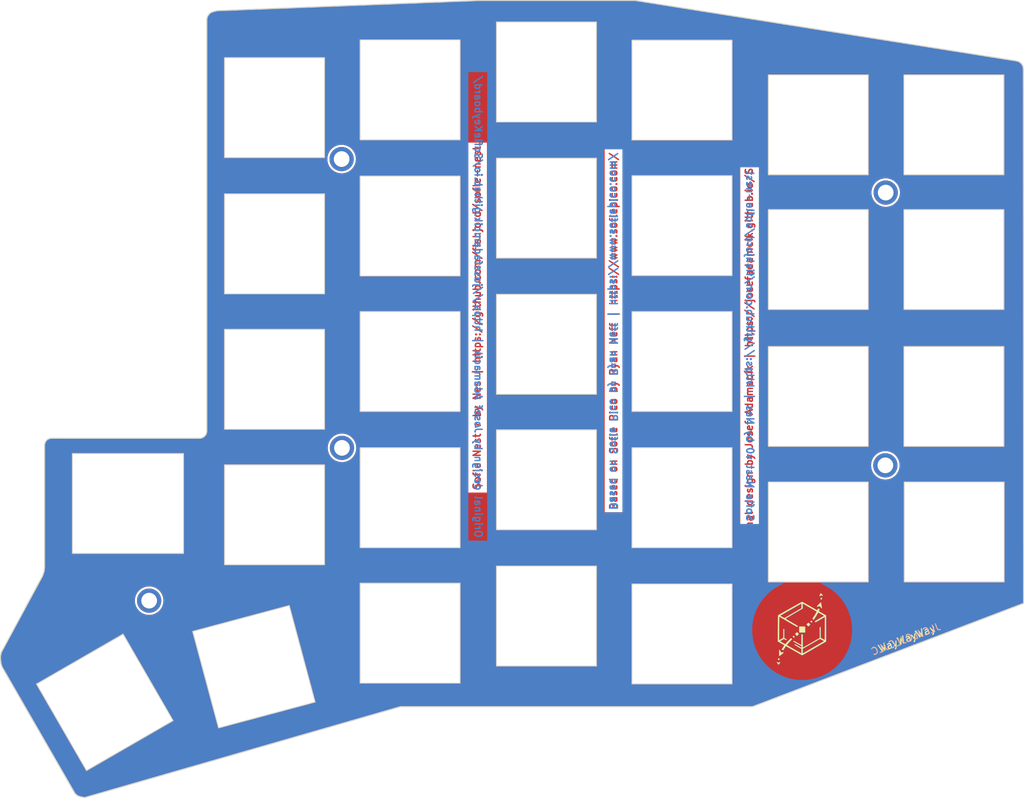
<source format=kicad_pcb>
(kicad_pcb (version 20241229) (generator "pcbnew") (generator_version "9.0")
  (layers (0 "F.Cu" signal) (2 "B.Cu" signal) (13 "F.Paste" user) (15 "B.Paste" user) (5 "F.SilkS" user "F.Silkscreen") (7 "B.SilkS" user "B.Silkscreen") (1 "F.Mask" user) (3 "B.Mask" user) (25 "Edge.Cuts" user))
  (net 0 "")
  (footprint "Sofle_Nest:keyplate_hole_M2_terminate" (layer "F.Cu") (at 206.223526 61.985002)
    (property "Reference" "TH4" (hide yes))
    (property "Value" "HOLE" (hide yes))
    (pad "" thru_hole circle (at -0.025 -0.075 90) (size 3.4 3.4) (drill 2.2) (layers "*.Cu" "*.Mask" "Dwgs.User") (clearance 0.3))
  )
  (footprint "Sofle_Nest:keyplate_hole_M2_terminate" (layer "F.Cu") (at 130.023526 97.785002)
    (property "Reference" "TH6" (hide yes))
    (property "Value" "HOLE" (hide yes))
    (pad "" thru_hole circle (at -0.025 -0.075 90) (size 3.4 3.4) (drill 2.2) (layers "*.Cu" "*.Mask" "Dwgs.User") (clearance 0.3))
  )
  (footprint "Sofle_Nest:nest_logo_b.cu" (layer "F.Cu") (at 194.49 123.26)
    (property "Reference" "Ref**" (hide yes))
    (property "Value" "Val**" (hide yes))
    (fp_poly (pts (xy 2.836333 -4.292972) (xy 2.624667 -4.292972) (xy 2.624667 -4.483472) (xy 2.836333 -4.483472) (xy 2.836333 -4.292972)) (stroke (width 0.01)) (fill yes) (layer "B.Cu"))
    (fp_poly (pts (xy -3.196801 4.010869) (xy -3.153741 4.033014) (xy -3.135352 4.078158) (xy -3.132667 4.123246) (xy -3.132667 4.216028) (xy -3.2385 4.216028) (xy -3.302356 4.213608) (xy -3.33417 4.203813) (xy -3.344084 4.182841) (xy -3.344333 4.17634) (xy -3.336186 4.086402) (xy -3.313027 4.027679) (xy -3.27678 4.004793) (xy -3.272896 4.00465) (xy -3.196801 4.010869)) (stroke (width 0.01)) (fill yes) (layer "B.Cu"))
    (fp_poly (pts (xy -1.076612 0.889193) (xy -1.039229 0.934957) (xy -1.017903 0.968671) (xy -1.016 0.975349) (xy -1.031393 0.998434) (xy -1.069965 1.034284) (xy -1.087199 1.047976) (xy -1.158398 1.102282) (xy -1.214199 1.044038) (xy -1.257424 0.988213) (xy -1.263067 0.942681) (xy -1.230403 0.896914) (xy -1.202441 0.872984) (xy -1.137223 0.821357) (xy -1.076612 0.889193)) (stroke (width 0.01)) (fill yes) (layer "B.Cu"))
    (fp_poly (pts (xy 1.352034 -1.273195) (xy 1.393448 -1.238067) (xy 1.405978 -1.225481) (xy 1.46521 -1.163656) (xy 1.407426 -1.087898) (xy 1.37133 -1.042504) (xy 1.346977 -1.015454) (xy 1.342307 -1.012139) (xy 1.323546 -1.02481) (xy 1.284308 -1.056949) (xy 1.260651 -1.077394) (xy 1.18633 -1.14265) (xy 1.24404 -1.214977) (xy 1.284125 -1.259271) (xy 1.316435 -1.284824) (xy 1.324248 -1.287305) (xy 1.352034 -1.273195)) (stroke (width 0.01)) (fill yes) (layer "B.Cu"))
    (fp_poly (pts (xy 1.185375 -0.746374) (xy 1.052493 -0.614673) (xy 0.992122 -0.555956) (xy 0.943469 -0.510722) (xy 0.913947 -0.485772) (xy 0.908934 -0.482972) (xy 0.890181 -0.496981) (xy 0.849553 -0.534286) (xy 0.79466 -0.587808) (xy 0.774287 -0.608251) (xy 0.713754 -0.674181) (xy 0.674332 -0.727083) (xy 0.661022 -0.760088) (xy 0.661626 -0.763001) (xy 0.682279 -0.790267) (xy 0.726675 -0.835676) (xy 0.785994 -0.890322) (xy 0.798499 -0.901252) (xy 0.924063 -1.01003) (xy 1.185375 -0.746374)) (stroke (width 0.01)) (fill yes) (layer "B.Cu"))
    (fp_poly (pts (xy -0.541019 0.462089) (xy -0.488189 0.5276) (xy -0.447638 0.580666) (xy -0.425585 0.61303) (xy -0.423333 0.618416) (xy -0.438881 0.636876) (xy -0.479056 0.672476) (xy -0.534158 0.717582) (xy -0.594488 0.764561) (xy -0.650345 0.80578) (xy -0.692028 0.833606) (xy -0.705539 0.840485) (xy -0.729538 0.829052) (xy -0.770039 0.791068) (xy -0.818847 0.734364) (xy -0.8255 0.725864) (xy -0.872306 0.660584) (xy -0.906295 0.604028) (xy -0.920653 0.567641) (xy -0.92075 0.565845) (xy -0.905081 0.535853) (xy -0.863557 0.489648) (xy -0.804407 0.436127) (xy -0.789727 0.424158) (xy -0.658704 0.319414) (xy -0.541019 0.462089)) (stroke (width 0.01)) (fill yes) (layer "B.Cu"))
    (fp_poly (pts (xy -3.054492 4.515757) (xy -3.03677 4.540049) (xy -3.047516 4.572277) (xy -3.054924 4.58414) (xy -3.080504 4.624192) (xy -3.120018 4.686862) (xy -3.165058 4.758811) (xy -3.166466 4.761069) (xy -3.207923 4.825084) (xy -3.241275 4.87206) (xy -3.26009 4.893015) (xy -3.261192 4.893361) (xy -3.277909 4.877258) (xy -3.313047 4.8339) (xy -3.360753 4.770714) (xy -3.394729 4.723925) (xy -3.445011 4.649956) (xy -3.482328 4.58777) (xy -3.501914 4.545749) (xy -3.50302 4.533425) (xy -3.471547 4.513838) (xy -3.418656 4.52571) (xy -3.344582 4.567625) (xy -3.261072 4.62289) (xy -3.172088 4.55745) (xy -3.114015 4.519096) (xy -3.076883 4.507189) (xy -3.054492 4.515757)) (stroke (width 0.01)) (fill yes) (layer "B.Cu"))
    (fp_poly (pts (xy 2.700165 -5.104062) (xy 2.753976 -5.055389) (xy 2.824511 -4.971224) (xy 2.837086 -4.955339) (xy 2.895379 -4.880582) (xy 2.930169 -4.832076) (xy 2.944498 -4.803095) (xy 2.941413 -4.786914) (xy 2.923957 -4.77681) (xy 2.918803 -4.774851) (xy 2.874197 -4.770898) (xy 2.819012 -4.793588) (xy 2.791066 -4.810985) (xy 2.738573 -4.843162) (xy 2.699993 -4.862228) (xy 2.691133 -4.864472) (xy 2.667723 -4.849041) (xy 2.631332 -4.810206) (xy 2.615518 -4.790389) (xy 2.568433 -4.737429) (xy 2.529304 -4.718705) (xy 2.487922 -4.730215) (xy 2.477593 -4.736349) (xy 2.465692 -4.751486) (xy 2.466726 -4.779437) (xy 2.482663 -4.827632) (xy 2.515467 -4.903497) (xy 2.53051 -4.93626) (xy 2.57825 -5.033342) (xy 2.618384 -5.093417) (xy 2.656995 -5.116864) (xy 2.700165 -5.104062)) (stroke (width 0.01)) (fill yes) (layer "B.Cu"))
    (fp_poly (pts (xy -0.014337 -0.47959) (xy 0.084667 -0.478419) (xy 0.455083 -0.472389) (xy 0.460845 -0.061179) (xy 0.462283 0.089671) (xy 0.461647 0.202774) (xy 0.458714 0.282675) (xy 0.453258 0.333922) (xy 0.445055 0.36106) (xy 0.439678 0.367122) (xy 0.41121 0.372191) (xy 0.348865 0.376311) (xy 0.261094 0.379442) (xy 0.156344 0.381543) (xy 0.043062 0.382576) (xy -0.070301 0.382501) (xy -0.175299 0.381278) (xy -0.263484 0.378869) (xy -0.326406 0.375232) (xy -0.354542 0.370843) (xy -0.364296 0.355668) (xy -0.371549 0.316334) (xy -0.37656 0.248695) (xy -0.37959 0.148607) (xy -0.3809 0.011925) (xy -0.381 -0.050416) (xy -0.380878 -0.191686) (xy -0.380084 -0.296331) (xy -0.377973 -0.370061) (xy -0.373902 -0.418584) (xy -0.367227 -0.447611) (xy -0.357304 -0.462849) (xy -0.34349 -0.470008) (xy -0.333375 -0.472724) (xy -0.297144 -0.476235) (xy -0.226573 -0.478623) (xy -0.129644 -0.479777) (xy -0.014337 -0.47959)) (stroke (width 0.01)) (fill yes) (layer "B.Cu"))
    (fp_poly (pts (xy -3.113935 2.816076) (xy -3.087075 2.846718) (xy -3.051495 2.902939) (xy -3.002647 2.990231) (xy -2.988479 3.016351) (xy -2.910417 3.160758) (xy -2.735792 3.146743) (xy -2.650223 3.140525) (xy -2.598391 3.139672) (xy -2.571888 3.145548) (xy -2.562307 3.159514) (xy -2.561167 3.175044) (xy -2.577165 3.201835) (xy -2.620724 3.248101) (xy -2.685194 3.308383) (xy -2.763922 3.377226) (xy -2.850256 3.44917) (xy -2.937545 3.51876) (xy -3.019137 3.580539) (xy -3.08838 3.629048) (xy -3.138623 3.658831) (xy -3.159125 3.665617) (xy -3.171783 3.662695) (xy -3.181193 3.650263) (xy -3.18783 3.622916) (xy -3.19217 3.575248) (xy -3.194689 3.501853) (xy -3.195862 3.397324) (xy -3.196166 3.256257) (xy -3.196167 3.244625) (xy -3.195859 3.099993) (xy -3.194625 2.992117) (xy -3.191996 2.915424) (xy -3.187506 2.864341) (xy -3.180687 2.833294) (xy -3.171072 2.816709) (xy -3.159684 2.809557) (xy -3.136622 2.80552) (xy -3.113935 2.816076)) (stroke (width 0.01)) (fill yes) (layer "B.Cu"))
    (fp_poly (pts (xy 2.677626 -3.83332) (xy 2.690514 -3.803396) (xy 2.703696 -3.749128) (xy 2.718302 -3.665393) (xy 2.735463 -3.547069) (xy 2.744752 -3.47791) (xy 2.764305 -3.328765) (xy 2.778358 -3.216382) (xy 2.787051 -3.135565) (xy 2.790522 -3.08112) (xy 2.788912 -3.047853) (xy 2.782359 -3.030568) (xy 2.771004 -3.024071) (xy 2.756958 -3.023154) (xy 2.725581 -3.041688) (xy 2.680702 -3.093832) (xy 2.628621 -3.17132) (xy 2.580203 -3.246798) (xy 2.540271 -3.293267) (xy 2.498193 -3.314099) (xy 2.443336 -3.312671) (xy 2.365065 -3.292356) (xy 2.306071 -3.273674) (xy 2.206768 -3.247473) (xy 2.137392 -3.241878) (xy 2.100723 -3.256894) (xy 2.0955 -3.273397) (xy 2.109838 -3.298144) (xy 2.148992 -3.345565) (xy 2.20717 -3.409846) (xy 2.278583 -3.485174) (xy 2.357437 -3.565734) (xy 2.437944 -3.645712) (xy 2.514311 -3.719296) (xy 2.580748 -3.780672) (xy 2.631463 -3.824025) (xy 2.660665 -3.843542) (xy 2.6639 -3.844021) (xy 2.677626 -3.83332)) (stroke (width 0.01)) (fill yes) (layer "B.Cu"))
    (fp_poly (pts (xy 0.05003 -3.930028) (xy 0.103755 -3.901052) (xy 0.186134 -3.855557) (xy 0.293141 -3.795833) (xy 0.420754 -3.724167) (xy 0.564948 -3.642849) (xy 0.7217 -3.554168) (xy 0.886984 -3.460413) (xy 1.056776 -3.363873) (xy 1.227054 -3.266837) (xy 1.393792 -3.171595) (xy 1.552966 -3.080435) (xy 1.700553 -2.995646) (xy 1.832528 -2.919517) (xy 1.944867 -2.854338) (xy 2.033546 -2.802398) (xy 2.09454 -2.765985) (xy 2.110313 -2.756262) (xy 2.136476 -2.742699) (xy 2.15516 -2.746964) (xy 2.173065 -2.776022) (xy 2.196889 -2.836837) (xy 2.202455 -2.852057) (xy 2.248034 -2.97706) (xy 2.356975 -2.944929) (xy 2.419201 -2.925663) (xy 2.462327 -2.910596) (xy 2.474047 -2.905075) (xy 2.471233 -2.882985) (xy 2.456043 -2.832488) (xy 2.431766 -2.764508) (xy 2.431713 -2.76437) (xy 2.406124 -2.694757) (xy 2.387965 -2.641199) (xy 2.38125 -2.615712) (xy 2.398868 -2.601486) (xy 2.448598 -2.569176) (xy 2.525751 -2.521626) (xy 2.625639 -2.461678) (xy 2.743574 -2.392175) (xy 2.874867 -2.31596) (xy 2.88925 -2.307676) (xy 3.39725 -2.015317) (xy 3.389693 -0.196103) (xy 3.388085 0.150252) (xy 3.386293 0.455919) (xy 3.384287 0.722539) (xy 3.382041 0.951758) (xy 3.379526 1.145217) (xy 3.376713 1.304562) (xy 3.373573 1.431436) (xy 3.37008 1.527482) (xy 3.366204 1.594344) (xy 3.361917 1.633666) (xy 3.357943 1.646649) (xy 3.334739 1.662101) (xy 3.278282 1.696498) (xy 3.191747 1.748014) (xy 3.07831 1.81482) (xy 2.941149 1.895089) (xy 2.783438 1.986992) (xy 2.608355 2.088703) (xy 2.419074 2.198393) (xy 2.218773 2.314234) (xy 2.010626 2.434399) (xy 1.797811 2.55706) (xy 1.583504 2.68039) (xy 1.37088 2.80256) (xy 1.163115 2.921742) (xy 0.963386 3.03611) (xy 0.774869 3.143834) (xy 0.600739 3.243088) (xy 0.444174 3.332043) (xy 0.308348 3.408872) (xy 0.196439 3.471748) (xy 0.111622 3.518841) (xy 0.057072 3.548325) (xy 0.03598 3.558373) (xy 0.013506 3.547886) (xy -0.042446 3.518183) (xy -0.128618 3.471085) (xy -0.24175 3.408412) (xy -0.378584 3.331984) (xy -0.421396 3.307931) (xy 0.125914 3.307931) (xy 0.174082 3.282626) (xy 0.1997 3.268228) (xy 0.259066 3.23432) (xy 0.349273 3.182575) (xy 0.467418 3.114665) (xy 0.610596 3.032264) (xy 0.7759 2.937043) (xy 0.960427 2.830677) (xy 1.161271 2.714838) (xy 1.375528 2.591198) (xy 1.600292 2.461431) (xy 1.651 2.432146) (xy 1.876777 2.301749) (xy 2.092 2.177449) (xy 2.293845 2.060878) (xy 2.479488 1.953665) (xy 2.646106 1.857441) (xy 2.790875 1.773838) (xy 2.910971 1.704485) (xy 3.003571 1.651013) (xy 3.06585 1.615054) (xy 3.094986 1.598238) (xy 3.096746 1.597224) (xy 3.087519 1.583589) (xy 3.047799 1.555125) (xy 2.984977 1.515903) (xy 2.90644 1.469992) (xy 2.819578 1.421462) (xy 2.731779 1.374383) (xy 2.650432 1.332825) (xy 2.582926 1.300858) (xy 2.536649 1.282552) (xy 2.520893 1.280032) (xy 2.497091 1.292012) (xy 2.439835 1.323396) (xy 2.352306 1.372375) (xy 2.237684 1.43714) (xy 2.099151 1.515881) (xy 1.939888 1.606789) (xy 1.763075 1.708055) (xy 1.571893 1.817871) (xy 1.369523 1.934426) (xy 1.312333 1.967419) (xy 0.137583 2.645389) (xy 0.131749 2.97666) (xy 0.125914 3.307931) (xy -0.421396 3.307931) (xy -0.535862 3.243622) (xy -0.710324 3.145145) (xy -0.898711 3.038374) (xy -1.097765 2.925129) (xy -1.100667 2.923475) (xy -1.299487 2.810275) (xy -1.487365 2.703551) (xy -1.661083 2.605115) (xy -1.817424 2.516778) (xy -1.95317 2.440351) (xy -2.065105 2.377645) (xy -2.150011 2.330472) (xy -2.20467 2.300643) (xy -2.225867 2.289969) (xy -2.225934 2.289963) (xy -2.24563 2.306736) (xy -2.282646 2.352513) (xy -2.332059 2.420277) (xy -2.38895 2.503013) (xy -2.448398 2.593702) (xy -2.505483 2.685329) (xy -2.519011 2.707903) (xy -2.560905 2.777598) (xy -2.593811 2.830755) (xy -2.612476 2.858945) (xy -2.614717 2.861361) (xy -2.635381 2.853616) (xy -2.680659 2.834461) (xy -2.736633 2.810014) (xy -2.789382 2.786393) (xy -2.824989 2.769717) (xy -2.832147 2.765789) (xy -2.824187 2.746827) (xy -2.797058 2.700243) (xy -2.75549 2.633355) (xy -2.704213 2.553484) (xy -2.647959 2.467947) (xy -2.591457 2.384063) (xy -2.539439 2.309152) (xy -2.515184 2.275423) (xy -2.434955 2.165736) (xy -2.894936 1.902504) (xy -3.354917 1.639273) (xy -3.360334 0.902145) (xy -3.191482 0.902145) (xy -3.191234 1.020823) (xy -3.190678 1.084712) (xy -3.185583 1.45648) (xy -2.894542 1.286712) (xy -2.6035 1.116943) (xy -2.6035 -0.123139) (xy -2.4765 -0.123139) (xy -2.4765 1.143156) (xy -2.307167 1.240827) (xy -2.233147 1.285197) (xy -2.175544 1.322916) (xy -2.142548 1.348457) (xy -2.137833 1.355051) (xy -2.149107 1.383586) (xy -2.166603 1.410947) (xy -2.182788 1.428863) (xy -2.202681 1.433967) (xy -2.234929 1.423916) (xy -2.288177 1.396368) (xy -2.349636 1.361351) (xy -2.421509 1.321439) (xy -2.479024 1.292346) (xy -2.512829 1.278695) (xy -2.517342 1.278428) (xy -2.539537 1.290602) (xy -2.591566 1.320054) (xy -2.666604 1.362893) (xy -2.757823 1.41523) (xy -2.800728 1.439919) (xy -3.070671 1.595395) (xy -2.698406 1.806779) (xy -2.32614 2.018163) (xy -2.237361 1.915887) (xy -2.189522 1.862047) (xy -2.123691 1.789726) (xy -2.044843 1.704213) (xy -1.957954 1.610792) (xy -1.867997 1.514752) (xy -1.779947 1.421379) (xy -1.69878 1.335959) (xy -1.62947 1.26378) (xy -1.576992 1.210127) (xy -1.54632 1.180289) (xy -1.54139 1.176277) (xy -1.515307 1.182212) (xy -1.472456 1.212193) (xy -1.44271 1.23944) (xy -1.365981 1.316169) (xy -1.57954 1.53314) (xy -1.677209 1.634109) (xy -1.774063 1.737365) (xy -1.86595 1.838145) (xy -1.948719 1.931687) (xy -2.01822 2.013228) (xy -2.070301 2.078006) (xy -2.100811 2.121258) (xy -2.106517 2.137733) (xy -2.086543 2.149972) (xy -2.033117 2.181153) (xy -1.949616 2.229343) (xy -1.839415 2.29261) (xy -1.705892 2.369019) (xy -1.552423 2.456638) (xy -1.382383 2.553534) (xy -1.19915 2.657773) (xy -1.08477 2.72276) (xy -0.074083 3.296727) (xy -0.068203 2.99043) (xy -0.06679 2.859169) (xy -0.068584 2.765121) (xy -0.073905 2.703266) (xy -0.083076 2.668582) (xy -0.08937 2.659709) (xy -0.114663 2.642768) (xy -0.171416 2.608096) (xy -0.254273 2.558858) (xy -0.357876 2.498217) (xy -0.476867 2.429336) (xy -0.5715 2.375021) (xy -0.696931 2.303218) (xy -0.809669 2.23855) (xy -0.904671 2.18392) (xy -0.976892 2.142233) (xy -1.021288 2.116393) (xy -1.033342 2.10912) (xy -1.030423 2.088616) (xy -1.009202 2.055293) (xy -0.981974 2.02559) (xy -0.963284 2.015465) (xy -0.939641 2.025879) (xy -0.884807 2.054694) (xy -0.804136 2.098949) (xy -0.702984 2.15568) (xy -0.586706 2.221927) (xy -0.508 2.267271) (xy -0.074083 2.518305) (xy -0.06759 2.399192) (xy -0.066824 2.333404) (xy -0.071617 2.287638) (xy -0.078173 2.274099) (xy -0.108672 2.25936) (xy -0.168548 2.227062) (xy -0.252319 2.180387) (xy -0.354505 2.12252) (xy -0.469625 2.056645) (xy -0.592199 1.985947) (xy -0.716746 1.913608) (xy -0.837785 1.842814) (xy -0.949835 1.776749) (xy -1.047415 1.718596) (xy -1.125046 1.67154) (xy -1.177246 1.638765) (xy -1.198534 1.623455) (xy -1.198735 1.62309) (xy -1.192297 1.591098) (xy -1.176111 1.563698) (xy -1.165684 1.553836) (xy -1.150289 1.550154) (xy -1.12581 1.554595) (xy -1.088129 1.569099) (xy -1.03313 1.595608) (xy -0.956694 1.636064) (xy -0.854704 1.69241) (xy -0.723044 1.766585) (xy -0.610619 1.830387) (xy -0.074083 2.135323) (xy -0.062963 0.636453) (xy 0.026727 0.642949) (xy 0.116417 0.649444) (xy 0.127 1.5748) (xy 0.137583 2.500155) (xy 1.317625 1.820238) (xy 2.497667 1.140322) (xy 2.497667 -0.377139) (xy 2.624667 -0.377139) (xy 2.624667 1.101167) (xy 2.921 1.270902) (xy 3.217333 1.440636) (xy 3.217333 -1.815045) (xy 2.989792 -1.682074) (xy 2.756526 -1.545817) (xy 2.557429 -1.429655) (xy 2.390168 -1.332241) (xy 2.252408 -1.252228) (xy 2.141817 -1.188268) (xy 2.056062 -1.139014) (xy 1.99281 -1.10312) (xy 1.949728 -1.079237) (xy 1.924483 -1.066019) (xy 1.917393 -1.062822) (xy 1.886703 -1.069433) (xy 1.854554 -1.114868) (xy 1.848913 -1.126265) (xy 1.828165 -1.175679) (xy 1.820727 -1.206002) (xy 1.821831 -1.209295) (xy 1.841664 -1.221243) (xy 1.893817 -1.251876) (xy 1.973968 -1.298677) (xy 2.077796 -1.359129) (xy 2.20098 -1.430716) (xy 2.339197 -1.51092) (xy 2.44475 -1.5721) (xy 2.592018 -1.657686) (xy 2.728094 -1.737278) (xy 2.848498 -1.808218) (xy 2.948751 -1.867845) (xy 3.024374 -1.913501) (xy 3.070887 -1.942525) (xy 3.083673 -1.95147) (xy 3.082952 -1.965133) (xy 3.059107 -1.988852) (xy 3.009126 -2.024661) (xy 2.929997 -2.07459) (xy 2.818706 -2.140672) (xy 2.711081 -2.202764) (xy 2.593897 -2.269528) (xy 2.489342 -2.32855) (xy 2.402894 -2.376785) (xy 2.340028 -2.411186) (xy 2.306221 -2.428706) (xy 2.302084 -2.430306) (xy 2.287671 -2.413065) (xy 2.257491 -2.366424) (xy 2.216307 -2.298001) (xy 2.179667 -2.234514) (xy 2.122908 -2.136913) (xy 2.057184 -2.027825) (xy 1.986157 -1.912907) (xy 1.913489 -1.797813) (xy 1.842841 -1.688199) (xy 1.777876 -1.58972) (xy 1.722257 -1.508032) (xy 1.679644 -1.44879) (xy 1.653701 -1.417649) (xy 1.648549 -1.414306) (xy 1.622919 -1.427549) (xy 1.579099 -1.461308) (xy 1.551208 -1.485791) (xy 1.473205 -1.557275) (xy 1.655001 -1.829749) (xy 1.7223 -1.932997) (xy 1.792693 -2.045105) (xy 1.862506 -2.159756) (xy 1.928066 -2.270634) (xy 1.9857 -2.371421) (xy 2.031734 -2.455801) (xy 2.062493 -2.517456) (xy 2.074306 -2.55007) (xy 2.074333 -2.550812) (xy 2.056521 -2.564522) (xy 2.005383 -2.597155) (xy 1.924369 -2.646663) (xy 1.816928 -2.710998) (xy 1.686509 -2.788114) (xy 1.536561 -2.875962) (xy 1.370533 -2.972496) (xy 1.191875 -3.075667) (xy 1.137708 -3.106815) (xy 0.954186 -3.2123) (xy 0.780676 -3.312137) (xy 0.620861 -3.404198) (xy 0.478425 -3.486356) (xy 0.35705 -3.556485) (xy 0.26042 -3.612458) (xy 0.192217 -3.65215) (xy 0.156125 -3.673433) (xy 0.15254 -3.675635) (xy 0.103998 -3.706377) (xy 0.107105 -3.3488) (xy 0.110213 -2.991222) (xy -1.09914 -2.28234) (xy -1.340736 -2.140591) (xy -1.548129 -2.018558) (xy -1.72374 -1.91472) (xy -1.869989 -1.827556) (xy -1.989295 -1.755548) (xy -2.084079 -1.697174) (xy -2.156759 -1.650914) (xy -2.209757 -1.615249) (xy -2.245491 -1.588658) (xy -2.266382 -1.569621) (xy -2.27485 -1.556619) (xy -2.273315 -1.548131) (xy -2.271123 -1.546132) (xy -2.245507 -1.530099) (xy -2.187128 -1.495132) (xy -2.099865 -1.443508) (xy -1.987593 -1.377502) (xy -1.854189 -1.299387) (xy -1.703529 -1.211441) (xy -1.539489 -1.115937) (xy -1.407919 -1.039504) (xy -1.237589 -0.940611) (xy -1.078732 -0.848308) (xy -0.935048 -0.764752) (xy -0.81024 -0.692098) (xy -0.708009 -0.632502) (xy -0.632056 -0.58812) (xy -0.586084 -0.561109) (xy -0.573391 -0.553463) (xy -0.576705 -0.532931) (xy -0.594863 -0.492012) (xy -0.61977 -0.445902) (xy -0.643331 -0.409794) (xy -0.656041 -0.398306) (xy -0.675789 -0.408681) (xy -0.729107 -0.438653) (xy -0.812997 -0.486494) (xy -0.92446 -0.550473) (xy -1.060497 -0.62886) (xy -1.218109 -0.719928) (xy -1.394299 -0.821945) (xy -1.586067 -0.933184) (xy -1.790414 -1.051913) (xy -1.915936 -1.124934) (xy -3.164417 -1.851563) (xy -3.180095 -0.569309) (xy -3.182896 -0.326779) (xy -3.18536 -0.086374) (xy -3.187455 0.146716) (xy -3.189149 0.367302) (xy -3.190406 0.570195) (xy -3.191195 0.750206) (xy -3.191482 0.902145) (xy -3.360334 0.902145) (xy -3.361588 0.731608) (xy -3.362748 0.492958) (xy -3.363035 0.224145) (xy -3.362501 -0.062668) (xy -3.361197 -0.355323) (xy -3.359175 -0.641656) (xy -3.356485 -0.909508) (xy -3.35381 -1.107389) (xy -3.339998 -1.997626) (xy -3.042943 -1.997626) (xy -3.028029 -1.98574) (xy -2.983648 -1.957245) (xy -2.917136 -1.916453) (xy -2.835829 -1.867676) (xy -2.747062 -1.815226) (xy -2.658171 -1.763414) (xy -2.576493 -1.716552) (xy -2.509363 -1.678952) (xy -2.464118 -1.654924) (xy -2.448719 -1.648377) (xy -2.427949 -1.658585) (xy -2.373772 -1.68846) (xy -2.289282 -1.736219) (xy -2.177571 -1.800082) (xy -2.041731 -1.878266) (xy -1.884855 -1.96899) (xy -1.710034 -2.070474) (xy -1.520362 -2.180935) (xy -1.31893 -2.298592) (xy -1.247579 -2.340347) (xy -0.063637 -3.033556) (xy -0.063569 -3.358612) (xy -0.064305 -3.487381) (xy -0.066842 -3.578561) (xy -0.071577 -3.63687) (xy -0.078906 -3.667028) (xy -0.089226 -3.673757) (xy -0.090046 -3.673482) (xy -0.111246 -3.66205) (xy -0.165746 -3.631663) (xy -0.250164 -3.584238) (xy -0.361119 -3.521694) (xy -0.495232 -3.44595) (xy -0.64912 -3.358925) (xy -0.819403 -3.262538) (xy -1.002701 -3.158706) (xy -1.195632 -3.049349) (xy -1.394817 -2.936386) (xy -1.596874 -2.821734) (xy -1.798422 -2.707313) (xy -1.996081 -2.595042) (xy -2.186471 -2.486838) (xy -2.366209 -2.384621) (xy -2.531916 -2.29031) (xy -2.680211 -2.205823) (xy -2.807713 -2.133078) (xy -2.911041 -2.073995) (xy -2.986815 -2.030492) (xy -3.031653 -2.004488) (xy -3.042943 -1.997626) (xy -3.339998 -1.997626) (xy -3.33936 -2.038722) (xy -1.667578 -2.989459) (xy -1.422469 -3.128699) (xy -1.187643 -3.261803) (xy -0.965733 -3.387294) (xy -0.759372 -3.503697) (xy -0.571191 -3.609538) (xy -0.403824 -3.703341) (xy -0.259901 -3.78363) (xy -0.142057 -3.848932) (xy -0.052923 -3.89777) (xy 0.004869 -3.928669) (xy 0.028686 -3.940155) (xy 0.028983 -3.940195) (xy 0.05003 -3.930028)) (stroke (width 0.01)) (fill yes) (layer "B.Cu"))
    (zone (net 0) (net_name "") (layer "B.Cu") (connect_pads (clearance 0)) (min_thickness 0.25)
      (keepout (tracks allowed) (vias allowed) (pads allowed) (copperpour not_allowed) (footprints allowed))
      (fill (thermal_gap 0.5) (thermal_bridge_width 0.5))
      (polygon (pts (arc (start 187.49 123.26) (mid 201.49 123.26) (end 187.49 123.26))))
    )
  )
  (footprint "Sofle_Nest:keyplate_hole_M2_terminate" (layer "F.Cu") (at 102.998526 119.210002)
    (property "Reference" "TH7" (hide yes))
    (property "Value" "HOLE" (hide yes))
    (pad "" thru_hole circle (at -0.025 -0.075 90) (size 3.4 3.4) (drill 2.2) (layers "*.Cu" "*.Mask" "Dwgs.User") (clearance 0.3))
  )
  (footprint "Sofle_Nest:keyplate_hole_M2_terminate" (layer "F.Cu") (at 206.173526 100.235002)
    (property "Reference" "TH5" (hide yes))
    (property "Value" "HOLE" (hide yes))
    (pad "" thru_hole circle (at -0.025 -0.075 90) (size 3.4 3.4) (drill 2.2) (layers "*.Cu" "*.Mask" "Dwgs.User") (clearance 0.3))
  )
  (footprint "Sofle_Nest:keyplate_hole_M2_terminate" (layer "F.Cu") (at 129.973526 57.285002)
    (property "Reference" "TH3" (hide yes))
    (property "Value" "HOLE" (hide yes))
    (pad "" thru_hole circle (at -0.025 -0.075 90) (size 3.4 3.4) (drill 2.2) (layers "*.Cu" "*.Mask" "Dwgs.User") (clearance 0.3))
  )
  (footprint "Sofle_Nest:nest_logo" (layer "F.Cu") (at 194.51 123.29)
    (property "Reference" "Ref**" (hide yes))
    (property "Value" "Val**" (hide yes))
  )
  (gr_poly (pts (xy 222.75 78.300003) (xy 208.75 78.300003) (xy 208.75 64.300003) (xy 222.75 64.300003)) (stroke (width 0.119999)) (fill no) (layer "Edge.Cuts"))
  (gr_poly (pts (xy 146.550003 73.599998) (xy 132.550003 73.599998) (xy 132.550003 59.599998) (xy 146.550003 59.599998)) (stroke (width 0.119999)) (fill no) (layer "Edge.Cuts"))
  (gr_poly (pts (xy 165.649994 109.190002) (xy 151.649994 109.190002) (xy 151.649994 95.190002) (xy 165.649994 95.190002)) (stroke (width 0.119999)) (fill no) (layer "Edge.Cuts"))
  (gr_poly (pts (xy 184.649994 92.599998) (xy 170.649994 92.599998) (xy 170.649994 78.599998) (xy 184.649994 78.599998)) (stroke (width 0.119999)) (fill no) (layer "Edge.Cuts"))
  (gr_poly (pts (xy 222.75 97.5) (xy 208.75 97.5) (xy 208.75 83.5) (xy 222.75 83.5)) (stroke (width 0.119999)) (fill no) (layer "Edge.Cuts"))
  (gr_poly (pts (xy 107.787399 112.5056) (xy 92.212601 112.5056) (xy 92.212601 98.5056) (xy 107.787399 98.5056)) (stroke (width 0.119999)) (fill no) (layer "Edge.Cuts"))
  (gr_poly (pts (xy 127.550003 76.099998) (xy 113.550003 76.099998) (xy 113.550003 62.099998) (xy 127.550003 62.099998)) (stroke (width 0.119999)) (fill no) (layer "Edge.Cuts"))
  (gr_poly (pts (xy 146.550003 130.699997) (xy 132.550003 130.699997) (xy 132.550003 116.699997) (xy 146.550003 116.699997)) (stroke (width 0.119999)) (fill no) (layer "Edge.Cuts"))
  (gr_poly (pts (xy 224.523895 43.444199) (xy 224.725601 43.4958) (xy 224.7276 43.4977) (xy 224.912399 43.582298) (xy 224.9104 43.582901) (xy 225.075104 43.697102) (xy 225.079102 43.700001) (xy 225.220795 43.84) (xy 225.222199 43.838902) (xy 225.337799 44.001099) (xy 225.336807 44.007801) (xy 225.423202 44.188702) (xy 225.422897 44.188702) (xy 225.477005 44.384602) (xy 225.4729 44.383999) (xy 225.491699 44.5919) (xy 225.518707 119.510002) (xy 187.548492 134) (xy 138.210007 134) (xy 138.199997 134) (xy 93.9459 146.75) (xy 93.395897 146.649994) (xy 92.9459 146.5) (xy 92.595901 146.199997) (xy 82.345902 128.399994) (xy 82.1959 127.900002) (xy 82.145897 127.300003) (xy 82.145897 126.900002) (xy 82.245903 126.400002) (xy 88.045898 115.650002) (xy 88.245903 115.050003) (xy 88.321098 114.400002) (xy 88.32 114.400002) (xy 88.32 97.349999) (xy 88.320503 97.306396) (xy 88.328102 97.219399) (xy 88.343201 97.1334) (xy 88.365799 97.049103) (xy 88.395699 96.967102) (xy 88.432602 96.888) (xy 88.476196 96.812401) (xy 88.526299 96.740898) (xy 88.582397 96.674004) (xy 88.644203 96.612297) (xy 88.711098 96.556198) (xy 88.7826 96.506103) (xy 88.8582 96.462501) (xy 88.937302 96.425598) (xy 89.019302 96.395798) (xy 89.103699 96.373199) (xy 89.189598 96.358002) (xy 89.276604 96.350502) (xy 89.320198 96.349998) (xy 110.059998 96.354897) (xy 110.106003 96.353996) (xy 110.197502 96.344597) (xy 110.287903 96.326798) (xy 110.376198 96.300903) (xy 110.4617 96.266899) (xy 110.5438 96.225197) (xy 110.621697 96.176102) (xy 110.694702 96.120102) (xy 110.762299 96.057602) (xy 110.823898 95.989197) (xy 110.878899 95.915398) (xy 110.926903 95.8368) (xy 110.9674 95.754204) (xy 111.000298 95.668198) (xy 111.025002 95.579498) (xy 111.041496 95.488998) (xy 111.049599 95.397301) (xy 111.050003 95.351303) (xy 111.050003 37.555) (xy 111.150002 37.209999) (xy 111.349998 36.91) (xy 111.550003 36.709999) (xy 111.75 36.610001) (xy 112.050003 36.509998) (xy 112.449997 36.41) (xy 112.449997 36.405399) (xy 148.992905 34.977901) (xy 171.169998 34.977901)) (stroke (width 0.15)) (fill no) (layer "Edge.Cuts"))
  (gr_poly (pts (xy 184.649994 130.800003) (xy 170.649994 130.800003) (xy 170.649994 116.800003) (xy 184.649994 116.800003)) (stroke (width 0.119999)) (fill no) (layer "Edge.Cuts"))
  (gr_poly (pts (xy 203.75 78.300003) (xy 189.75 78.300003) (xy 189.75 64.300003) (xy 203.75 64.300003)) (stroke (width 0.119999)) (fill no) (layer "Edge.Cuts"))
  (gr_poly (pts (xy 165.649994 71.089996) (xy 151.649994 71.089996) (xy 151.649994 57.09) (xy 165.649994 57.09)) (stroke (width 0.119999)) (fill no) (layer "Edge.Cuts"))
  (gr_poly (pts (xy 203.75 97.5) (xy 189.75 97.5) (xy 189.75 83.5) (xy 203.75 83.5)) (stroke (width 0.119999)) (fill no) (layer "Edge.Cuts"))
  (gr_poly (pts (xy 222.75 59.400002) (xy 208.75 59.400002) (xy 208.75 45.400002) (xy 222.75 45.400002)) (stroke (width 0.119999)) (fill no) (layer "Edge.Cuts"))
  (gr_poly (pts (xy 165.649994 90.190002) (xy 151.649994 90.190002) (xy 151.649994 76.190002) (xy 165.649994 76.190002)) (stroke (width 0.119999)) (fill no) (layer "Edge.Cuts"))
  (gr_poly (pts (xy 106.320396 135.957397) (xy 94.195999 142.957397) (xy 87.195999 130.832993) (xy 99.320396 123.833)) (stroke (width 0.119999)) (fill no) (layer "Edge.Cuts"))
  (gr_poly (pts (xy 146.550003 111.699997) (xy 132.550003 111.699997) (xy 132.550003 97.699997) (xy 146.550003 97.699997)) (stroke (width 0.119999)) (fill no) (layer "Edge.Cuts"))
  (gr_poly (pts (xy 146.550003 54.5) (xy 132.550003 54.5) (xy 132.550003 40.5) (xy 146.550003 40.5)) (stroke (width 0.119999)) (fill no) (layer "Edge.Cuts"))
  (gr_poly (pts (xy 222.800003 116.5) (xy 208.800003 116.5) (xy 208.800003 102.5) (xy 222.800003 102.5)) (stroke (width 0.119999)) (fill no) (layer "Edge.Cuts"))
  (gr_poly (pts (xy 165.649994 128.289993) (xy 151.649994 128.289993) (xy 151.649994 114.290001) (xy 165.649994 114.290001)) (stroke (width 0.119999)) (fill no) (layer "Edge.Cuts"))
  (gr_poly (pts (xy 127.550003 114.099998) (xy 113.550003 114.099998) (xy 113.550003 100.099998) (xy 127.550003 100.099998)) (stroke (width 0.119999)) (fill no) (layer "Edge.Cuts"))
  (gr_poly (pts (xy 127.550003 95.099998) (xy 113.550003 95.099998) (xy 113.550003 81.099998) (xy 127.550003 81.099998)) (stroke (width 0.119999)) (fill no) (layer "Edge.Cuts"))
  (gr_poly (pts (xy 184.649994 54.540001) (xy 170.649994 54.540001) (xy 170.649994 40.540001) (xy 184.649994 40.540001)) (stroke (width 0.119999)) (fill no) (layer "Edge.Cuts"))
  (gr_poly (pts (xy 126.226898 133.348999) (xy 112.703903 136.972504) (xy 109.080399 123.449501) (xy 122.603401 119.826103)) (stroke (width 0.119999)) (fill no) (layer "Edge.Cuts"))
  (gr_poly (pts (xy 127.550003 57) (xy 113.550003 57) (xy 113.550003 43) (xy 127.550003 43)) (stroke (width 0.119999)) (fill no) (layer "Edge.Cuts"))
  (gr_poly (pts (xy 165.649994 52) (xy 151.649994 52) (xy 151.649994 38) (xy 165.649994 38)) (stroke (width 0.119999)) (fill no) (layer "Edge.Cuts"))
  (gr_poly (pts (xy 146.550003 92.599998) (xy 132.550003 92.599998) (xy 132.550003 78.599998) (xy 146.550003 78.599998)) (stroke (width 0.119999)) (fill no) (layer "Edge.Cuts"))
  (gr_poly (pts (xy 203.75 116.5) (xy 189.75 116.5) (xy 189.75 102.5) (xy 203.75 102.5)) (stroke (width 0.119999)) (fill no) (layer "Edge.Cuts"))
  (gr_poly (pts (xy 203.75 59.400002) (xy 189.75 59.400002) (xy 189.75 45.400002) (xy 203.75 45.400002)) (stroke (width 0.119999)) (fill no) (layer "Edge.Cuts"))
  (gr_poly (pts (xy 184.649994 73.540001) (xy 170.649994 73.540001) (xy 170.649994 59.540001) (xy 184.649994 59.540001)) (stroke (width 0.119999)) (fill no) (layer "Edge.Cuts"))
  (gr_poly (pts (xy 184.649994 111.699997) (xy 170.649994 111.699997) (xy 170.649994 97.699997) (xy 184.649994 97.699997)) (stroke (width 0.119999)) (fill no) (layer "Edge.Cuts"))
  (gr_text "Sofle Nest v${REVISION} by Nes | https://github.com/fishjord/sofle-nest" (at 148.92 79.49 90) (layer "F.Cu") (effects (font (size 1 1) (thickness 0.2))))
  (gr_text "Original design by Josef Adamacik | https://josefadamcik.github.io/SofleKeyboard/" (at 187.06 80.08 90) (layer "F.Cu") (effects (font (size 1 1) (thickness 0.2))))
  (gr_text "Based on Sofle Pico by Ryan Neff | https://www.soflepico.com/ " (at 168.06 80.97 90) (layer "F.Cu") (effects (font (size 1 1) (thickness 0.2))))
  (gr_text "Sofle Nest v0 by Nes | https://github.com/fishjord/sofle-nest" (at 187.18 83.42 270) (layer "B.Cu") (effects (font (size 1 1) (thickness 0.2)) (justify mirror)))
  (gr_text "Based on Sofle Pico by Ryan Neff | https://www.soflepico.com/ " (at 168.05 80.98 -90) (layer "B.Cu") (effects (font (size 1 1) (thickness 0.2)) (justify mirror)))
  (gr_text "Original design by Josef Adamacik | https://josefadamcik.github.io/SofleKeyboard/" (at 149.1 77.91 -90) (layer "B.Cu") (effects (font (size 1 1) (thickness 0.2)) (justify mirror)))
  (gr_text "WayWayWay" (at 205.33 126.52 20.9) (layer "F.SilkS") (effects (font (size 1 1)) (justify left bottom)))
  (gr_text "JLCJLCJLCJLC" (at 214.14 123.21 20.9) (layer "B.SilkS") (effects (font (size 1 1)) (justify left bottom mirror)))
  (zone (net 0) (net_name "") (layer "F.Cu") (connect_pads (clearance 0.5)) (min_thickness 0.25) (fill yes (thermal_gap 0.5) (thermal_bridge_width 0.5) (island_removal_mode 1) (island_area_min 10))
    (polygon (pts (xy 224.523895 43.444199) (xy 224.725601 43.4958) (xy 224.7276 43.4977) (xy 224.912399 43.582298) (xy 224.9104 43.582901) (xy 225.075104 43.697102) (xy 225.079102 43.700001) (xy 225.220795 43.84) (xy 225.222199 43.838902) (xy 225.337799 44.001099) (xy 225.336807 44.007801) (xy 225.423202 44.188702) (xy 225.422897 44.188702) (xy 225.477005 44.384602) (xy 225.4729 44.383999) (xy 225.491699 44.5919) (xy 225.518707 119.510002) (xy 187.548492 134) (xy 138.210007 134) (xy 138.199997 134) (xy 93.9459 146.75) (xy 93.395897 146.649994) (xy 92.9459 146.5) (xy 92.595901 146.199997) (xy 82.345902 128.399994) (xy 82.1959 127.900002) (xy 82.145897 127.300003) (xy 82.145897 126.900002) (xy 82.245903 126.400002) (xy 88.045898 115.650002) (xy 88.245903 115.050003) (xy 88.321098 114.400002) (xy 88.32 114.400002) (xy 88.32 97.349999) (xy 88.320503 97.306396) (xy 88.328102 97.219399) (xy 88.343201 97.1334) (xy 88.365799 97.049103) (xy 88.395699 96.967102) (xy 88.432602 96.888) (xy 88.476196 96.812401) (xy 88.526299 96.740898) (xy 88.582397 96.674004) (xy 88.644203 96.612297) (xy 88.711098 96.556198) (xy 88.7826 96.506103) (xy 88.8582 96.462501) (xy 88.937302 96.425598) (xy 89.019302 96.395798) (xy 89.103699 96.373199) (xy 89.189598 96.358002) (xy 89.276604 96.350502) (xy 89.320198 96.349998) (xy 110.059998 96.354897) (xy 110.106003 96.353996) (xy 110.197502 96.344597) (xy 110.287903 96.326798) (xy 110.376198 96.300903) (xy 110.4617 96.266899) (xy 110.5438 96.225197) (xy 110.621697 96.176102) (xy 110.694702 96.120102) (xy 110.762299 96.057602) (xy 110.823898 95.989197) (xy 110.878899 95.915398) (xy 110.926903 95.8368) (xy 110.9674 95.754204) (xy 111.000298 95.668198) (xy 111.025002 95.579498) (xy 111.041496 95.488998) (xy 111.049599 95.397301) (xy 111.050003 95.351303) (xy 111.050003 37.555) (xy 111.150002 37.209999) (xy 111.349998 36.91) (xy 111.550003 36.709999) (xy 111.75 36.610001) (xy 112.050003 36.509998) (xy 112.449997 36.41) (xy 112.449997 36.405399) (xy 148.992905 34.977901) (xy 171.169998 34.977901)))
  )
  (zone (net 0) (net_name "") (layer "B.Cu") (connect_pads (clearance 0.5)) (min_thickness 0.25) (fill yes (thermal_gap 0.5) (thermal_bridge_width 0.5) (island_removal_mode 1) (island_area_min 10))
    (polygon (pts (xy 224.523895 43.444199) (xy 224.725601 43.4958) (xy 224.7276 43.4977) (xy 224.912399 43.582298) (xy 224.9104 43.582901) (xy 225.075104 43.697102) (xy 225.079102 43.700001) (xy 225.220795 43.84) (xy 225.222199 43.838902) (xy 225.337799 44.001099) (xy 225.336807 44.007801) (xy 225.423202 44.188702) (xy 225.422897 44.188702) (xy 225.477005 44.384602) (xy 225.4729 44.383999) (xy 225.491699 44.5919) (xy 225.518707 119.510002) (xy 187.548492 134) (xy 138.210007 134) (xy 138.199997 134) (xy 93.9459 146.75) (xy 93.395897 146.649994) (xy 92.9459 146.5) (xy 92.595901 146.199997) (xy 82.345902 128.399994) (xy 82.1959 127.900002) (xy 82.145897 127.300003) (xy 82.145897 126.900002) (xy 82.245903 126.400002) (xy 88.045898 115.650002) (xy 88.245903 115.050003) (xy 88.321098 114.400002) (xy 88.32 114.400002) (xy 88.32 97.349999) (xy 88.320503 97.306396) (xy 88.328102 97.219399) (xy 88.343201 97.1334) (xy 88.365799 97.049103) (xy 88.395699 96.967102) (xy 88.432602 96.888) (xy 88.476196 96.812401) (xy 88.526299 96.740898) (xy 88.582397 96.674004) (xy 88.644203 96.612297) (xy 88.711098 96.556198) (xy 88.7826 96.506103) (xy 88.8582 96.462501) (xy 88.937302 96.425598) (xy 89.019302 96.395798) (xy 89.103699 96.373199) (xy 89.189598 96.358002) (xy 89.276604 96.350502) (xy 89.320198 96.349998) (xy 110.059998 96.354897) (xy 110.106003 96.353996) (xy 110.197502 96.344597) (xy 110.287903 96.326798) (xy 110.376198 96.300903) (xy 110.4617 96.266899) (xy 110.5438 96.225197) (xy 110.621697 96.176102) (xy 110.694702 96.120102) (xy 110.762299 96.057602) (xy 110.823898 95.989197) (xy 110.878899 95.915398) (xy 110.926903 95.8368) (xy 110.9674 95.754204) (xy 111.000298 95.668198) (xy 111.025002 95.579498) (xy 111.041496 95.488998) (xy 111.049599 95.397301) (xy 111.050003 95.351303) (xy 111.050003 37.555) (xy 111.150002 37.209999) (xy 111.349998 36.91) (xy 111.550003 36.709999) (xy 111.75 36.610001) (xy 112.050003 36.509998) (xy 112.449997 36.41) (xy 112.449997 36.405399) (xy 148.992905 34.977901) (xy 171.169998 34.977901)))
  )
)
</source>
